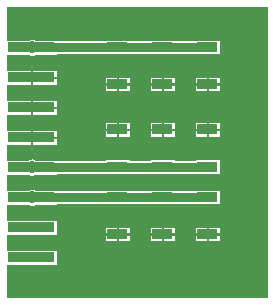
<source format=gtl>
%FSLAX33Y33*%
%MOMM*%
%AMRect-W820710-H1670710-RO0.500*
21,1,0.82071,1.67071,0.,0.,270*%
%AMRect-W820710-H1670710-RO1.500*
21,1,0.82071,1.67071,0.,0.,90*%
%ADD10C,0.0508*%
%ADD11C,0.762*%
%ADD12C,1.0668*%
%ADD13Rect-W820710-H1670710-RO0.500*%
%ADD14R,4.X0.89*%
%ADD15Rect-W820710-H1670710-RO1.500*%
D10*
%LNpour fill*%
G01*
X22435Y24975D02*
X22435Y24975D01*
X0425Y24975*
X0425Y22238*
X2180Y22238*
X2346Y22307*
X2349Y22308*
X2538Y22333*
X2542Y22333*
X2731Y22308*
X2734Y22307*
X2900Y22238*
X4688Y22238*
X4703Y22223*
X4703Y22179*
X8740Y22179*
X8740Y22240*
X8755Y22255*
X10803Y22255*
X10818Y22240*
X10818Y22179*
X12550Y22179*
X12550Y22240*
X12565Y22255*
X14613Y22255*
X14628Y22240*
X14628Y22179*
X16360Y22179*
X16360Y22240*
X16375Y22255*
X18423Y22255*
X18438Y22240*
X18438Y21042*
X18423Y21027*
X17567Y21027*
X17553Y21021*
X17550Y21021*
X17401Y21001*
X17400Y21001*
X4703Y21001*
X4703Y20957*
X4688Y20942*
X2900Y20942*
X2734Y20873*
X2731Y20872*
X2542Y20847*
X2538Y20847*
X2349Y20872*
X2346Y20873*
X2180Y20942*
X0425Y20942*
X0425Y19698*
X2422Y19698*
X2437Y19683*
X2437Y18417*
X2422Y18402*
X0425Y18402*
X0425Y17158*
X2422Y17158*
X2437Y17143*
X2437Y15877*
X2422Y15862*
X0425Y15862*
X0425Y14618*
X2422Y14618*
X2437Y14603*
X2437Y13337*
X2422Y13322*
X0425Y13322*
X0425Y12078*
X2142Y12078*
X2167Y12098*
X2170Y12099*
X2346Y12172*
X2349Y12173*
X2538Y12198*
X2542Y12198*
X2731Y12173*
X2734Y12172*
X2910Y12099*
X2913Y12098*
X2938Y12078*
X4688Y12078*
X4703Y12063*
X4703Y12044*
X8740Y12044*
X8740Y12105*
X8755Y12120*
X10803Y12120*
X10818Y12105*
X10818Y12044*
X12550Y12044*
X12550Y12105*
X12565Y12120*
X14613Y12120*
X14628Y12105*
X14628Y12044*
X16360Y12044*
X16360Y12105*
X16375Y12120*
X18423Y12120*
X18438Y12105*
X18438Y10907*
X18423Y10892*
X17439Y10892*
X17426Y10887*
X17423Y10886*
X17274Y10866*
X17273Y10866*
X4703Y10866*
X4703Y10797*
X4688Y10782*
X2839Y10782*
X2734Y10738*
X2731Y10738*
X2542Y10713*
X2538Y10713*
X2349Y10738*
X2346Y10738*
X2241Y10782*
X0425Y10782*
X0425Y9538*
X2180Y9538*
X2346Y9607*
X2349Y9608*
X2538Y9633*
X2542Y9633*
X2731Y9608*
X2734Y9607*
X2900Y9538*
X4688Y9538*
X4703Y9523*
X4703Y9479*
X8740Y9479*
X8740Y9540*
X8755Y9555*
X10803Y9555*
X10818Y9540*
X10818Y9479*
X12550Y9479*
X12550Y9540*
X12565Y9555*
X14613Y9555*
X14628Y9540*
X14628Y9479*
X16360Y9479*
X16360Y9540*
X16375Y9555*
X18423Y9555*
X18438Y9540*
X18438Y8342*
X18423Y8327*
X17567Y8327*
X17553Y8321*
X17550Y8321*
X17401Y8301*
X17400Y8301*
X4703Y8301*
X4703Y8257*
X4688Y8242*
X2900Y8242*
X2734Y8173*
X2731Y8172*
X2542Y8147*
X2538Y8147*
X2349Y8172*
X2346Y8173*
X2180Y8242*
X0425Y8242*
X0425Y6998*
X4688Y6998*
X4703Y6983*
X4703Y5717*
X4688Y5702*
X0425Y5702*
X0425Y4458*
X4688Y4458*
X4703Y4443*
X4703Y3177*
X4688Y3162*
X0425Y3162*
X0425Y0425*
X22435Y0425*
X22435Y24975*
X4703Y19128D02*
X4703Y19128D01*
X4703Y19683*
X4688Y19698*
X2578Y19698*
X2563Y19683*
X2563Y19128*
X2578Y19113*
X4688Y19113*
X4703Y19128*
X18438Y18569D02*
X18438Y18569D01*
X18438Y19090*
X18423Y19105*
X17477Y19105*
X17462Y19090*
X17462Y18569*
X17477Y18554*
X18423Y18554*
X18438Y18569*
X14628Y18569D02*
X14628Y18569D01*
X14628Y19090*
X14613Y19105*
X13667Y19105*
X13652Y19090*
X13652Y18569*
X13667Y18554*
X14613Y18554*
X14628Y18569*
X10818Y18569D02*
X10818Y18569D01*
X10818Y19090*
X10803Y19105*
X9857Y19105*
X9842Y19090*
X9842Y18569*
X9857Y18554*
X10803Y18554*
X10818Y18569*
X17335Y18569D02*
X17335Y18569D01*
X17335Y19090*
X17321Y19105*
X16375Y19105*
X16360Y19090*
X16360Y18569*
X16375Y18554*
X17321Y18554*
X17335Y18569*
X13525Y18569D02*
X13525Y18569D01*
X13525Y19090*
X13511Y19105*
X12565Y19105*
X12550Y19090*
X12550Y18569*
X12565Y18554*
X13511Y18554*
X13525Y18569*
X9716Y18569D02*
X9716Y18569D01*
X9716Y19090*
X9701Y19105*
X8755Y19105*
X8740Y19090*
X8740Y18569*
X8755Y18554*
X9701Y18554*
X9716Y18569*
X4703Y18417D02*
X4703Y18417D01*
X4703Y18972*
X4688Y18986*
X2578Y18986*
X2563Y18972*
X2563Y18417*
X2578Y18402*
X4688Y18402*
X4703Y18417*
X18438Y17892D02*
X18438Y17892D01*
X18438Y18413*
X18423Y18427*
X17477Y18427*
X17462Y18413*
X17462Y17892*
X17477Y17877*
X18423Y17877*
X18438Y17892*
X17335Y17892D02*
X17335Y17892D01*
X17335Y18413*
X17321Y18427*
X16375Y18427*
X16360Y18413*
X16360Y17892*
X16375Y17877*
X17321Y17877*
X17335Y17892*
X14628Y17892D02*
X14628Y17892D01*
X14628Y18413*
X14613Y18427*
X13667Y18427*
X13652Y18413*
X13652Y17892*
X13667Y17877*
X14613Y17877*
X14628Y17892*
X13525Y17892D02*
X13525Y17892D01*
X13525Y18413*
X13511Y18427*
X12565Y18427*
X12550Y18413*
X12550Y17892*
X12565Y17877*
X13511Y17877*
X13525Y17892*
X10818Y17892D02*
X10818Y17892D01*
X10818Y18413*
X10803Y18427*
X9857Y18427*
X9842Y18413*
X9842Y17892*
X9857Y17877*
X10803Y17877*
X10818Y17892*
X9716Y17892D02*
X9716Y17892D01*
X9716Y18413*
X9701Y18427*
X8755Y18427*
X8740Y18413*
X8740Y17892*
X8755Y17877*
X9701Y17877*
X9716Y17892*
X4703Y16588D02*
X4703Y16588D01*
X4703Y17143*
X4688Y17158*
X2578Y17158*
X2563Y17143*
X2563Y16588*
X2578Y16573*
X4688Y16573*
X4703Y16588*
X4703Y15877D02*
X4703Y15877D01*
X4703Y16432*
X4688Y16447*
X2578Y16447*
X2563Y16432*
X2563Y15877*
X2578Y15862*
X4688Y15862*
X4703Y15877*
X18438Y14734D02*
X18438Y14734D01*
X18438Y15255*
X18423Y15270*
X17477Y15270*
X17462Y15255*
X17462Y14734*
X17477Y14719*
X18423Y14719*
X18438Y14734*
X14628Y14734D02*
X14628Y14734D01*
X14628Y15255*
X14613Y15270*
X13667Y15270*
X13652Y15255*
X13652Y14734*
X13667Y14719*
X14613Y14719*
X14628Y14734*
X10818Y14734D02*
X10818Y14734D01*
X10818Y15255*
X10803Y15270*
X9857Y15270*
X9842Y15255*
X9842Y14734*
X9857Y14719*
X10803Y14719*
X10818Y14734*
X17335Y14734D02*
X17335Y14734D01*
X17335Y15255*
X17321Y15270*
X16375Y15270*
X16360Y15255*
X16360Y14734*
X16375Y14719*
X17321Y14719*
X17335Y14734*
X13525Y14734D02*
X13525Y14734D01*
X13525Y15255*
X13511Y15270*
X12565Y15270*
X12550Y15255*
X12550Y14734*
X12565Y14719*
X13511Y14719*
X13525Y14734*
X9716Y14734D02*
X9716Y14734D01*
X9716Y15255*
X9701Y15270*
X8755Y15270*
X8740Y15255*
X8740Y14734*
X8755Y14719*
X9701Y14719*
X9716Y14734*
X18438Y14057D02*
X18438Y14057D01*
X18438Y14578*
X18423Y14592*
X17477Y14592*
X17462Y14578*
X17462Y14057*
X17477Y14042*
X18423Y14042*
X18438Y14057*
X17335Y14057D02*
X17335Y14057D01*
X17335Y14578*
X17321Y14592*
X16375Y14592*
X16360Y14578*
X16360Y14057*
X16375Y14042*
X17321Y14042*
X17335Y14057*
X14628Y14057D02*
X14628Y14057D01*
X14628Y14578*
X14613Y14592*
X13667Y14592*
X13652Y14578*
X13652Y14057*
X13667Y14042*
X14613Y14042*
X14628Y14057*
X13525Y14057D02*
X13525Y14057D01*
X13525Y14578*
X13511Y14592*
X12565Y14592*
X12550Y14578*
X12550Y14057*
X12565Y14042*
X13511Y14042*
X13525Y14057*
X10818Y14057D02*
X10818Y14057D01*
X10818Y14578*
X10803Y14592*
X9857Y14592*
X9842Y14578*
X9842Y14057*
X9857Y14042*
X10803Y14042*
X10818Y14057*
X9716Y14057D02*
X9716Y14057D01*
X9716Y14578*
X9701Y14592*
X8755Y14592*
X8740Y14578*
X8740Y14057*
X8755Y14042*
X9701Y14042*
X9716Y14057*
X4703Y14048D02*
X4703Y14048D01*
X4703Y14603*
X4688Y14618*
X2578Y14618*
X2563Y14603*
X2563Y14048*
X2578Y14034*
X4688Y14034*
X4703Y14048*
X4703Y13337D02*
X4703Y13337D01*
X4703Y13892*
X4688Y13906*
X2578Y13906*
X2563Y13892*
X2563Y13337*
X2578Y13322*
X4688Y13322*
X4703Y13337*
X18438Y5869D02*
X18438Y5869D01*
X18438Y6390*
X18423Y6405*
X17477Y6405*
X17462Y6390*
X17462Y5869*
X17477Y5854*
X18423Y5854*
X18438Y5869*
X14628Y5869D02*
X14628Y5869D01*
X14628Y6390*
X14613Y6405*
X13667Y6405*
X13652Y6390*
X13652Y5869*
X13667Y5854*
X14613Y5854*
X14628Y5869*
X10818Y5869D02*
X10818Y5869D01*
X10818Y6390*
X10803Y6405*
X9857Y6405*
X9842Y6390*
X9842Y5869*
X9857Y5854*
X10803Y5854*
X10818Y5869*
X17335Y5869D02*
X17335Y5869D01*
X17335Y6390*
X17321Y6405*
X16375Y6405*
X16360Y6390*
X16360Y5869*
X16375Y5854*
X17321Y5854*
X17335Y5869*
X9715Y5869D02*
X9715Y5869D01*
X9715Y6390*
X9701Y6405*
X8755Y6405*
X8740Y6390*
X8740Y5869*
X8755Y5854*
X9701Y5854*
X9715Y5869*
X13525Y5869D02*
X13525Y5869D01*
X13525Y6390*
X13511Y6405*
X12565Y6405*
X12550Y6390*
X12550Y5869*
X12565Y5854*
X13511Y5854*
X13525Y5869*
X18438Y5192D02*
X18438Y5192D01*
X18438Y5713*
X18423Y5728*
X17477Y5728*
X17462Y5713*
X17462Y5192*
X17477Y5177*
X18423Y5177*
X18438Y5192*
X17335Y5192D02*
X17335Y5192D01*
X17335Y5713*
X17321Y5728*
X16375Y5728*
X16360Y5713*
X16360Y5192*
X16375Y5177*
X17321Y5177*
X17335Y5192*
X14628Y5192D02*
X14628Y5192D01*
X14628Y5713*
X14613Y5728*
X13667Y5728*
X13652Y5713*
X13652Y5192*
X13667Y5177*
X14613Y5177*
X14628Y5192*
X13525Y5192D02*
X13525Y5192D01*
X13525Y5713*
X13511Y5728*
X12565Y5728*
X12550Y5713*
X12550Y5192*
X12565Y5177*
X13511Y5177*
X13525Y5192*
X10818Y5192D02*
X10818Y5192D01*
X10818Y5713*
X10803Y5728*
X9857Y5728*
X9842Y5713*
X9842Y5192*
X9857Y5177*
X10803Y5177*
X10818Y5192*
X9715Y5192D02*
X9715Y5192D01*
X9715Y5713*
X9701Y5728*
X8755Y5728*
X8740Y5713*
X8740Y5192*
X8755Y5177*
X9701Y5177*
X9715Y5192*
X0425Y0450D02*
X22435Y0450D01*
X0425Y0499D02*
X22435Y0499D01*
X0425Y0549D02*
X22435Y0549D01*
X0425Y0598D02*
X22435Y0598D01*
X0425Y0648D02*
X22435Y0648D01*
X0425Y0697D02*
X22435Y0697D01*
X0425Y0747D02*
X22435Y0747D01*
X0425Y0796D02*
X22435Y0796D01*
X0425Y0846D02*
X22435Y0846D01*
X0425Y0895D02*
X22435Y0895D01*
X0425Y0945D02*
X22435Y0945D01*
X0425Y0994D02*
X22435Y0994D01*
X0425Y1044D02*
X22435Y1044D01*
X0425Y1093D02*
X22435Y1093D01*
X0425Y1143D02*
X22435Y1143D01*
X0425Y1192D02*
X22435Y1192D01*
X0425Y1242D02*
X22435Y1242D01*
X0425Y1292D02*
X22435Y1292D01*
X0425Y1341D02*
X22435Y1341D01*
X0425Y1391D02*
X22435Y1391D01*
X0425Y1440D02*
X22435Y1440D01*
X0425Y1490D02*
X22435Y1490D01*
X0425Y1539D02*
X22435Y1539D01*
X0425Y1589D02*
X22435Y1589D01*
X0425Y1638D02*
X22435Y1638D01*
X0425Y1688D02*
X22435Y1688D01*
X0425Y1737D02*
X22435Y1737D01*
X0425Y1787D02*
X22435Y1787D01*
X0425Y1836D02*
X22435Y1836D01*
X0425Y1886D02*
X22435Y1886D01*
X0425Y1935D02*
X22435Y1935D01*
X0425Y1985D02*
X22435Y1985D01*
X0425Y2034D02*
X22435Y2034D01*
X0425Y2084D02*
X22435Y2084D01*
X0425Y2134D02*
X22435Y2134D01*
X0425Y2183D02*
X22435Y2183D01*
X0425Y2233D02*
X22435Y2233D01*
X0425Y2282D02*
X22435Y2282D01*
X0425Y2332D02*
X22435Y2332D01*
X0425Y2381D02*
X22435Y2381D01*
X0425Y2431D02*
X22435Y2431D01*
X0425Y2480D02*
X22435Y2480D01*
X0425Y2530D02*
X22435Y2530D01*
X0425Y2579D02*
X22435Y2579D01*
X0425Y2629D02*
X22435Y2629D01*
X0425Y2678D02*
X22435Y2678D01*
X0425Y2728D02*
X22435Y2728D01*
X0425Y2777D02*
X22435Y2777D01*
X0425Y2827D02*
X22435Y2827D01*
X0425Y2876D02*
X22435Y2876D01*
X0425Y2926D02*
X22435Y2926D01*
X0425Y2976D02*
X22435Y2976D01*
X0425Y3025D02*
X22435Y3025D01*
X0425Y3075D02*
X22435Y3075D01*
X0425Y3124D02*
X22435Y3124D01*
X4700Y3174D02*
X22435Y3174D01*
X4703Y3223D02*
X22435Y3223D01*
X4703Y3273D02*
X22435Y3273D01*
X4703Y3322D02*
X22435Y3322D01*
X4703Y3372D02*
X22435Y3372D01*
X4703Y3421D02*
X22435Y3421D01*
X4703Y3471D02*
X22435Y3471D01*
X4703Y3520D02*
X22435Y3520D01*
X4703Y3570D02*
X22435Y3570D01*
X4703Y3619D02*
X22435Y3619D01*
X4703Y3669D02*
X22435Y3669D01*
X4703Y3719D02*
X22435Y3719D01*
X4703Y3768D02*
X22435Y3768D01*
X4703Y3818D02*
X22435Y3818D01*
X4703Y3867D02*
X22435Y3867D01*
X4703Y3917D02*
X22435Y3917D01*
X4703Y3966D02*
X22435Y3966D01*
X4703Y4016D02*
X22435Y4016D01*
X4703Y4065D02*
X22435Y4065D01*
X4703Y4115D02*
X22435Y4115D01*
X4703Y4164D02*
X22435Y4164D01*
X4703Y4214D02*
X22435Y4214D01*
X4703Y4263D02*
X22435Y4263D01*
X4703Y4313D02*
X22435Y4313D01*
X4703Y4362D02*
X22435Y4362D01*
X4703Y4412D02*
X22435Y4412D01*
X0425Y4461D02*
X22435Y4461D01*
X0425Y4511D02*
X22435Y4511D01*
X0425Y4561D02*
X22435Y4561D01*
X0425Y4610D02*
X22435Y4610D01*
X0425Y4660D02*
X22435Y4660D01*
X0425Y4709D02*
X22435Y4709D01*
X0425Y4759D02*
X22435Y4759D01*
X0425Y4808D02*
X22435Y4808D01*
X0425Y4858D02*
X22435Y4858D01*
X0425Y4907D02*
X22435Y4907D01*
X0425Y4957D02*
X22435Y4957D01*
X0425Y5006D02*
X22435Y5006D01*
X0425Y5056D02*
X22435Y5056D01*
X0425Y5105D02*
X22435Y5105D01*
X0425Y5155D02*
X22435Y5155D01*
X0425Y5204D02*
X8740Y5204D01*
X9715Y5204D02*
X9842Y5204D01*
X10818Y5204D02*
X12550Y5204D01*
X13525Y5204D02*
X13652Y5204D01*
X14628Y5204D02*
X16360Y5204D01*
X17335Y5204D02*
X17462Y5204D01*
X18438Y5204D02*
X22435Y5204D01*
X0425Y5254D02*
X8740Y5254D01*
X9715Y5254D02*
X9842Y5254D01*
X10818Y5254D02*
X12550Y5254D01*
X13525Y5254D02*
X13652Y5254D01*
X14628Y5254D02*
X16360Y5254D01*
X17335Y5254D02*
X17462Y5254D01*
X18438Y5254D02*
X22435Y5254D01*
X0425Y5303D02*
X8740Y5303D01*
X9715Y5303D02*
X9842Y5303D01*
X10818Y5303D02*
X12550Y5303D01*
X13525Y5303D02*
X13652Y5303D01*
X14628Y5303D02*
X16360Y5303D01*
X17335Y5303D02*
X17462Y5303D01*
X18438Y5303D02*
X22435Y5303D01*
X0425Y5353D02*
X8740Y5353D01*
X9715Y5353D02*
X9842Y5353D01*
X10818Y5353D02*
X12550Y5353D01*
X13525Y5353D02*
X13652Y5353D01*
X14628Y5353D02*
X16360Y5353D01*
X17335Y5353D02*
X17462Y5353D01*
X18438Y5353D02*
X22435Y5353D01*
X0425Y5403D02*
X8740Y5403D01*
X9715Y5403D02*
X9842Y5403D01*
X10818Y5403D02*
X12550Y5403D01*
X13525Y5403D02*
X13652Y5403D01*
X14628Y5403D02*
X16360Y5403D01*
X17335Y5403D02*
X17462Y5403D01*
X18438Y5403D02*
X22435Y5403D01*
X0425Y5452D02*
X8740Y5452D01*
X9715Y5452D02*
X9842Y5452D01*
X10818Y5452D02*
X12550Y5452D01*
X13525Y5452D02*
X13652Y5452D01*
X14628Y5452D02*
X16360Y5452D01*
X17335Y5452D02*
X17462Y5452D01*
X18438Y5452D02*
X22435Y5452D01*
X0425Y5502D02*
X8740Y5502D01*
X9715Y5502D02*
X9842Y5502D01*
X10818Y5502D02*
X12550Y5502D01*
X13525Y5502D02*
X13652Y5502D01*
X14628Y5502D02*
X16360Y5502D01*
X17335Y5502D02*
X17462Y5502D01*
X18438Y5502D02*
X22435Y5502D01*
X0425Y5551D02*
X8740Y5551D01*
X9715Y5551D02*
X9842Y5551D01*
X10818Y5551D02*
X12550Y5551D01*
X13525Y5551D02*
X13652Y5551D01*
X14628Y5551D02*
X16360Y5551D01*
X17335Y5551D02*
X17462Y5551D01*
X18438Y5551D02*
X22435Y5551D01*
X0425Y5601D02*
X8740Y5601D01*
X9715Y5601D02*
X9842Y5601D01*
X10818Y5601D02*
X12550Y5601D01*
X13525Y5601D02*
X13652Y5601D01*
X14628Y5601D02*
X16360Y5601D01*
X17335Y5601D02*
X17462Y5601D01*
X18438Y5601D02*
X22435Y5601D01*
X0425Y5650D02*
X8740Y5650D01*
X9715Y5650D02*
X9842Y5650D01*
X10818Y5650D02*
X12550Y5650D01*
X13525Y5650D02*
X13652Y5650D01*
X14628Y5650D02*
X16360Y5650D01*
X17335Y5650D02*
X17462Y5650D01*
X18438Y5650D02*
X22435Y5650D01*
X0425Y5700D02*
X8740Y5700D01*
X9715Y5700D02*
X9842Y5700D01*
X10818Y5700D02*
X12550Y5700D01*
X13525Y5700D02*
X13652Y5700D01*
X14628Y5700D02*
X16360Y5700D01*
X17335Y5700D02*
X17462Y5700D01*
X18438Y5700D02*
X22435Y5700D01*
X4703Y5749D02*
X22435Y5749D01*
X4703Y5799D02*
X22435Y5799D01*
X4703Y5848D02*
X22435Y5848D01*
X4703Y5898D02*
X8740Y5898D01*
X9715Y5898D02*
X9842Y5898D01*
X10818Y5898D02*
X12550Y5898D01*
X13525Y5898D02*
X13652Y5898D01*
X14628Y5898D02*
X16360Y5898D01*
X17335Y5898D02*
X17462Y5898D01*
X18438Y5898D02*
X22435Y5898D01*
X4703Y5947D02*
X8740Y5947D01*
X9715Y5947D02*
X9842Y5947D01*
X10818Y5947D02*
X12550Y5947D01*
X13525Y5947D02*
X13652Y5947D01*
X14628Y5947D02*
X16360Y5947D01*
X17335Y5947D02*
X17462Y5947D01*
X18438Y5947D02*
X22435Y5947D01*
X4703Y5997D02*
X8740Y5997D01*
X9715Y5997D02*
X9842Y5997D01*
X10818Y5997D02*
X12550Y5997D01*
X13525Y5997D02*
X13652Y5997D01*
X14628Y5997D02*
X16360Y5997D01*
X17335Y5997D02*
X17462Y5997D01*
X18438Y5997D02*
X22435Y5997D01*
X4703Y6046D02*
X8740Y6046D01*
X9715Y6046D02*
X9842Y6046D01*
X10818Y6046D02*
X12550Y6046D01*
X13525Y6046D02*
X13652Y6046D01*
X14628Y6046D02*
X16360Y6046D01*
X17335Y6046D02*
X17462Y6046D01*
X18438Y6046D02*
X22435Y6046D01*
X4703Y6096D02*
X8740Y6096D01*
X9715Y6096D02*
X9842Y6096D01*
X10818Y6096D02*
X12550Y6096D01*
X13525Y6096D02*
X13652Y6096D01*
X14628Y6096D02*
X16360Y6096D01*
X17335Y6096D02*
X17462Y6096D01*
X18438Y6096D02*
X22435Y6096D01*
X4703Y6145D02*
X8740Y6145D01*
X9715Y6145D02*
X9842Y6145D01*
X10818Y6145D02*
X12550Y6145D01*
X13525Y6145D02*
X13652Y6145D01*
X14628Y6145D02*
X16360Y6145D01*
X17335Y6145D02*
X17462Y6145D01*
X18438Y6145D02*
X22435Y6145D01*
X4703Y6195D02*
X8740Y6195D01*
X9715Y6195D02*
X9842Y6195D01*
X10818Y6195D02*
X12550Y6195D01*
X13525Y6195D02*
X13652Y6195D01*
X14628Y6195D02*
X16360Y6195D01*
X17335Y6195D02*
X17462Y6195D01*
X18438Y6195D02*
X22435Y6195D01*
X4703Y6245D02*
X8740Y6245D01*
X9715Y6245D02*
X9842Y6245D01*
X10818Y6245D02*
X12550Y6245D01*
X13525Y6245D02*
X13652Y6245D01*
X14628Y6245D02*
X16360Y6245D01*
X17335Y6245D02*
X17462Y6245D01*
X18438Y6245D02*
X22435Y6245D01*
X4703Y6294D02*
X8740Y6294D01*
X9715Y6294D02*
X9842Y6294D01*
X10818Y6294D02*
X12550Y6294D01*
X13525Y6294D02*
X13652Y6294D01*
X14628Y6294D02*
X16360Y6294D01*
X17335Y6294D02*
X17462Y6294D01*
X18438Y6294D02*
X22435Y6294D01*
X4703Y6344D02*
X8740Y6344D01*
X9715Y6344D02*
X9842Y6344D01*
X10818Y6344D02*
X12550Y6344D01*
X13525Y6344D02*
X13652Y6344D01*
X14628Y6344D02*
X16360Y6344D01*
X17335Y6344D02*
X17462Y6344D01*
X18438Y6344D02*
X22435Y6344D01*
X4703Y6393D02*
X8744Y6393D01*
X9712Y6393D02*
X9846Y6393D01*
X10814Y6393D02*
X12554Y6393D01*
X13522Y6393D02*
X13656Y6393D01*
X14624Y6393D02*
X16364Y6393D01*
X17332Y6393D02*
X17466Y6393D01*
X18434Y6393D02*
X22435Y6393D01*
X4703Y6443D02*
X22435Y6443D01*
X4703Y6492D02*
X22435Y6492D01*
X4703Y6542D02*
X22435Y6542D01*
X4703Y6591D02*
X22435Y6591D01*
X4703Y6641D02*
X22435Y6641D01*
X4703Y6690D02*
X22435Y6690D01*
X4703Y6740D02*
X22435Y6740D01*
X4703Y6789D02*
X22435Y6789D01*
X4703Y6839D02*
X22435Y6839D01*
X4703Y6888D02*
X22435Y6888D01*
X4703Y6938D02*
X22435Y6938D01*
X4699Y6987D02*
X22435Y6987D01*
X0425Y7037D02*
X22435Y7037D01*
X0425Y7087D02*
X22435Y7087D01*
X0425Y7136D02*
X22435Y7136D01*
X0425Y7186D02*
X22435Y7186D01*
X0425Y7235D02*
X22435Y7235D01*
X0425Y7285D02*
X22435Y7285D01*
X0425Y7334D02*
X22435Y7334D01*
X0425Y7384D02*
X22435Y7384D01*
X0425Y7433D02*
X22435Y7433D01*
X0425Y7483D02*
X22435Y7483D01*
X0425Y7532D02*
X22435Y7532D01*
X0425Y7582D02*
X22435Y7582D01*
X0425Y7631D02*
X22435Y7631D01*
X0425Y7681D02*
X22435Y7681D01*
X0425Y7730D02*
X22435Y7730D01*
X0425Y7780D02*
X22435Y7780D01*
X0425Y7829D02*
X22435Y7829D01*
X0425Y7879D02*
X22435Y7879D01*
X0425Y7929D02*
X22435Y7929D01*
X0425Y7978D02*
X22435Y7978D01*
X0425Y8028D02*
X22435Y8028D01*
X0425Y8077D02*
X22435Y8077D01*
X0425Y8127D02*
X22435Y8127D01*
X0425Y8176D02*
X2338Y8176D01*
X2742Y8176D02*
X22435Y8176D01*
X0425Y8226D02*
X2219Y8226D01*
X2861Y8226D02*
X22435Y8226D01*
X4703Y8275D02*
X22435Y8275D01*
X17561Y8325D02*
X22435Y8325D01*
X18438Y8374D02*
X22435Y8374D01*
X18438Y8424D02*
X22435Y8424D01*
X18438Y8473D02*
X22435Y8473D01*
X18438Y8523D02*
X22435Y8523D01*
X18438Y8572D02*
X22435Y8572D01*
X18438Y8622D02*
X22435Y8622D01*
X18438Y8672D02*
X22435Y8672D01*
X18438Y8721D02*
X22435Y8721D01*
X18438Y8771D02*
X22435Y8771D01*
X18438Y8820D02*
X22435Y8820D01*
X18438Y8870D02*
X22435Y8870D01*
X18438Y8919D02*
X22435Y8919D01*
X18438Y8969D02*
X22435Y8969D01*
X18438Y9018D02*
X22435Y9018D01*
X18438Y9068D02*
X22435Y9068D01*
X18438Y9117D02*
X22435Y9117D01*
X18438Y9167D02*
X22435Y9167D01*
X18438Y9216D02*
X22435Y9216D01*
X18438Y9266D02*
X22435Y9266D01*
X18438Y9315D02*
X22435Y9315D01*
X18438Y9365D02*
X22435Y9365D01*
X18438Y9414D02*
X22435Y9414D01*
X18438Y9464D02*
X22435Y9464D01*
X4703Y9514D02*
X8740Y9514D01*
X10818Y9514D02*
X12550Y9514D01*
X14628Y9514D02*
X16360Y9514D01*
X18438Y9514D02*
X22435Y9514D01*
X0425Y9563D02*
X2240Y9563D01*
X2840Y9563D02*
X22435Y9563D01*
X0425Y9613D02*
X2385Y9613D01*
X2695Y9613D02*
X22435Y9613D01*
X0425Y9662D02*
X22435Y9662D01*
X0425Y9712D02*
X22435Y9712D01*
X0425Y9761D02*
X22435Y9761D01*
X0425Y9811D02*
X22435Y9811D01*
X0425Y9860D02*
X22435Y9860D01*
X0425Y9910D02*
X22435Y9910D01*
X0425Y9959D02*
X22435Y9959D01*
X0425Y10009D02*
X22435Y10009D01*
X0425Y10058D02*
X22435Y10058D01*
X0425Y10108D02*
X22435Y10108D01*
X0425Y10157D02*
X22435Y10157D01*
X0425Y10207D02*
X22435Y10207D01*
X0425Y10256D02*
X22435Y10256D01*
X0425Y10306D02*
X22435Y10306D01*
X0425Y10356D02*
X22435Y10356D01*
X0425Y10405D02*
X22435Y10405D01*
X0425Y10455D02*
X22435Y10455D01*
X0425Y10504D02*
X22435Y10504D01*
X0425Y10554D02*
X22435Y10554D01*
X0425Y10603D02*
X22435Y10603D01*
X0425Y10653D02*
X22435Y10653D01*
X0425Y10702D02*
X22435Y10702D01*
X0425Y10752D02*
X2314Y10752D01*
X2766Y10752D02*
X22435Y10752D01*
X4703Y10801D02*
X22435Y10801D01*
X4703Y10851D02*
X22435Y10851D01*
X18431Y10900D02*
X22435Y10900D01*
X18438Y10950D02*
X22435Y10950D01*
X18438Y10999D02*
X22435Y10999D01*
X18438Y11049D02*
X22435Y11049D01*
X18438Y11098D02*
X22435Y11098D01*
X18438Y11148D02*
X22435Y11148D01*
X18438Y11198D02*
X22435Y11198D01*
X18438Y11247D02*
X22435Y11247D01*
X18438Y11297D02*
X22435Y11297D01*
X18438Y11346D02*
X22435Y11346D01*
X18438Y11396D02*
X22435Y11396D01*
X18438Y11445D02*
X22435Y11445D01*
X18438Y11495D02*
X22435Y11495D01*
X18438Y11544D02*
X22435Y11544D01*
X18438Y11594D02*
X22435Y11594D01*
X18438Y11643D02*
X22435Y11643D01*
X18438Y11693D02*
X22435Y11693D01*
X18438Y11742D02*
X22435Y11742D01*
X18438Y11792D02*
X22435Y11792D01*
X18438Y11841D02*
X22435Y11841D01*
X18438Y11891D02*
X22435Y11891D01*
X18438Y11940D02*
X22435Y11940D01*
X18438Y11990D02*
X22435Y11990D01*
X18438Y12040D02*
X22435Y12040D01*
X0425Y12089D02*
X2156Y12089D01*
X2924Y12089D02*
X8740Y12089D01*
X10818Y12089D02*
X12550Y12089D01*
X14628Y12089D02*
X16360Y12089D01*
X18438Y12089D02*
X22435Y12089D01*
X0425Y12139D02*
X2265Y12139D01*
X2815Y12139D02*
X22435Y12139D01*
X0425Y12188D02*
X2462Y12188D01*
X2618Y12188D02*
X22435Y12188D01*
X0425Y12238D02*
X22435Y12238D01*
X0425Y12287D02*
X22435Y12287D01*
X0425Y12337D02*
X22435Y12337D01*
X0425Y12386D02*
X22435Y12386D01*
X0425Y12436D02*
X22435Y12436D01*
X0425Y12485D02*
X22435Y12485D01*
X0425Y12535D02*
X22435Y12535D01*
X0425Y12584D02*
X22435Y12584D01*
X0425Y12634D02*
X22435Y12634D01*
X0425Y12683D02*
X22435Y12683D01*
X0425Y12733D02*
X22435Y12733D01*
X0425Y12782D02*
X22435Y12782D01*
X0425Y12832D02*
X22435Y12832D01*
X0425Y12882D02*
X22435Y12882D01*
X0425Y12931D02*
X22435Y12931D01*
X0425Y12981D02*
X22435Y12981D01*
X0425Y13030D02*
X22435Y13030D01*
X0425Y13080D02*
X22435Y13080D01*
X0425Y13129D02*
X22435Y13129D01*
X0425Y13179D02*
X22435Y13179D01*
X0425Y13228D02*
X22435Y13228D01*
X0425Y13278D02*
X22435Y13278D01*
X2427Y13327D02*
X2573Y13327D01*
X4694Y13327D02*
X22435Y13327D01*
X2437Y13377D02*
X2563Y13377D01*
X4703Y13377D02*
X22435Y13377D01*
X2437Y13426D02*
X2563Y13426D01*
X4703Y13426D02*
X22435Y13426D01*
X2437Y13476D02*
X2563Y13476D01*
X4703Y13476D02*
X22435Y13476D01*
X2437Y13525D02*
X2563Y13525D01*
X4703Y13525D02*
X22435Y13525D01*
X2437Y13575D02*
X2563Y13575D01*
X4703Y13575D02*
X22435Y13575D01*
X2437Y13625D02*
X2563Y13625D01*
X4703Y13625D02*
X22435Y13625D01*
X2437Y13674D02*
X2563Y13674D01*
X4703Y13674D02*
X22435Y13674D01*
X2437Y13724D02*
X2563Y13724D01*
X4703Y13724D02*
X22435Y13724D01*
X2437Y13773D02*
X2563Y13773D01*
X4703Y13773D02*
X22435Y13773D01*
X2437Y13823D02*
X2563Y13823D01*
X4703Y13823D02*
X22435Y13823D01*
X2437Y13872D02*
X2563Y13872D01*
X4703Y13872D02*
X22435Y13872D01*
X2437Y13922D02*
X22435Y13922D01*
X2437Y13971D02*
X22435Y13971D01*
X2437Y14021D02*
X22435Y14021D01*
X2437Y14070D02*
X2563Y14070D01*
X4703Y14070D02*
X8740Y14070D01*
X9716Y14070D02*
X9842Y14070D01*
X10818Y14070D02*
X12550Y14070D01*
X13525Y14070D02*
X13652Y14070D01*
X14628Y14070D02*
X16360Y14070D01*
X17335Y14070D02*
X17462Y14070D01*
X18438Y14070D02*
X22435Y14070D01*
X2437Y14120D02*
X2563Y14120D01*
X4703Y14120D02*
X8740Y14120D01*
X9716Y14120D02*
X9842Y14120D01*
X10818Y14120D02*
X12550Y14120D01*
X13525Y14120D02*
X13652Y14120D01*
X14628Y14120D02*
X16360Y14120D01*
X17335Y14120D02*
X17462Y14120D01*
X18438Y14120D02*
X22435Y14120D01*
X2437Y14169D02*
X2563Y14169D01*
X4703Y14169D02*
X8740Y14169D01*
X9716Y14169D02*
X9842Y14169D01*
X10818Y14169D02*
X12550Y14169D01*
X13525Y14169D02*
X13652Y14169D01*
X14628Y14169D02*
X16360Y14169D01*
X17335Y14169D02*
X17462Y14169D01*
X18438Y14169D02*
X22435Y14169D01*
X2437Y14219D02*
X2563Y14219D01*
X4703Y14219D02*
X8740Y14219D01*
X9716Y14219D02*
X9842Y14219D01*
X10818Y14219D02*
X12550Y14219D01*
X13525Y14219D02*
X13652Y14219D01*
X14628Y14219D02*
X16360Y14219D01*
X17335Y14219D02*
X17462Y14219D01*
X18438Y14219D02*
X22435Y14219D01*
X2437Y14268D02*
X2563Y14268D01*
X4703Y14268D02*
X8740Y14268D01*
X9716Y14268D02*
X9842Y14268D01*
X10818Y14268D02*
X12550Y14268D01*
X13525Y14268D02*
X13652Y14268D01*
X14628Y14268D02*
X16360Y14268D01*
X17335Y14268D02*
X17462Y14268D01*
X18438Y14268D02*
X22435Y14268D01*
X2437Y14318D02*
X2563Y14318D01*
X4703Y14318D02*
X8740Y14318D01*
X9716Y14318D02*
X9842Y14318D01*
X10818Y14318D02*
X12550Y14318D01*
X13525Y14318D02*
X13652Y14318D01*
X14628Y14318D02*
X16360Y14318D01*
X17335Y14318D02*
X17462Y14318D01*
X18438Y14318D02*
X22435Y14318D01*
X2437Y14367D02*
X2563Y14367D01*
X4703Y14367D02*
X8740Y14367D01*
X9716Y14367D02*
X9842Y14367D01*
X10818Y14367D02*
X12550Y14367D01*
X13525Y14367D02*
X13652Y14367D01*
X14628Y14367D02*
X16360Y14367D01*
X17335Y14367D02*
X17462Y14367D01*
X18438Y14367D02*
X22435Y14367D01*
X2437Y14417D02*
X2563Y14417D01*
X4703Y14417D02*
X8740Y14417D01*
X9716Y14417D02*
X9842Y14417D01*
X10818Y14417D02*
X12550Y14417D01*
X13525Y14417D02*
X13652Y14417D01*
X14628Y14417D02*
X16360Y14417D01*
X17335Y14417D02*
X17462Y14417D01*
X18438Y14417D02*
X22435Y14417D01*
X2437Y14467D02*
X2563Y14467D01*
X4703Y14467D02*
X8740Y14467D01*
X9716Y14467D02*
X9842Y14467D01*
X10818Y14467D02*
X12550Y14467D01*
X13525Y14467D02*
X13652Y14467D01*
X14628Y14467D02*
X16360Y14467D01*
X17335Y14467D02*
X17462Y14467D01*
X18438Y14467D02*
X22435Y14467D01*
X2437Y14516D02*
X2563Y14516D01*
X4703Y14516D02*
X8740Y14516D01*
X9716Y14516D02*
X9842Y14516D01*
X10818Y14516D02*
X12550Y14516D01*
X13525Y14516D02*
X13652Y14516D01*
X14628Y14516D02*
X16360Y14516D01*
X17335Y14516D02*
X17462Y14516D01*
X18438Y14516D02*
X22435Y14516D01*
X2437Y14566D02*
X2563Y14566D01*
X4703Y14566D02*
X8740Y14566D01*
X9716Y14566D02*
X9842Y14566D01*
X10818Y14566D02*
X12550Y14566D01*
X13525Y14566D02*
X13652Y14566D01*
X14628Y14566D02*
X16360Y14566D01*
X17335Y14566D02*
X17462Y14566D01*
X18438Y14566D02*
X22435Y14566D01*
X2425Y14615D02*
X2575Y14615D01*
X4691Y14615D02*
X22435Y14615D01*
X0425Y14665D02*
X22435Y14665D01*
X0425Y14714D02*
X22435Y14714D01*
X0425Y14764D02*
X8740Y14764D01*
X9716Y14764D02*
X9842Y14764D01*
X10818Y14764D02*
X12550Y14764D01*
X13525Y14764D02*
X13652Y14764D01*
X14628Y14764D02*
X16360Y14764D01*
X17335Y14764D02*
X17462Y14764D01*
X18438Y14764D02*
X22435Y14764D01*
X0425Y14813D02*
X8740Y14813D01*
X9716Y14813D02*
X9842Y14813D01*
X10818Y14813D02*
X12550Y14813D01*
X13525Y14813D02*
X13652Y14813D01*
X14628Y14813D02*
X16360Y14813D01*
X17335Y14813D02*
X17462Y14813D01*
X18438Y14813D02*
X22435Y14813D01*
X0425Y14863D02*
X8740Y14863D01*
X9716Y14863D02*
X9842Y14863D01*
X10818Y14863D02*
X12550Y14863D01*
X13525Y14863D02*
X13652Y14863D01*
X14628Y14863D02*
X16360Y14863D01*
X17335Y14863D02*
X17462Y14863D01*
X18438Y14863D02*
X22435Y14863D01*
X0425Y14912D02*
X8740Y14912D01*
X9716Y14912D02*
X9842Y14912D01*
X10818Y14912D02*
X12550Y14912D01*
X13525Y14912D02*
X13652Y14912D01*
X14628Y14912D02*
X16360Y14912D01*
X17335Y14912D02*
X17462Y14912D01*
X18438Y14912D02*
X22435Y14912D01*
X0425Y14962D02*
X8740Y14962D01*
X9716Y14962D02*
X9842Y14962D01*
X10818Y14962D02*
X12550Y14962D01*
X13525Y14962D02*
X13652Y14962D01*
X14628Y14962D02*
X16360Y14962D01*
X17335Y14962D02*
X17462Y14962D01*
X18438Y14962D02*
X22435Y14962D01*
X0425Y15011D02*
X8740Y15011D01*
X9716Y15011D02*
X9842Y15011D01*
X10818Y15011D02*
X12550Y15011D01*
X13525Y15011D02*
X13652Y15011D01*
X14628Y15011D02*
X16360Y15011D01*
X17335Y15011D02*
X17462Y15011D01*
X18438Y15011D02*
X22435Y15011D01*
X0425Y15061D02*
X8740Y15061D01*
X9716Y15061D02*
X9842Y15061D01*
X10818Y15061D02*
X12550Y15061D01*
X13525Y15061D02*
X13652Y15061D01*
X14628Y15061D02*
X16360Y15061D01*
X17335Y15061D02*
X17462Y15061D01*
X18438Y15061D02*
X22435Y15061D01*
X0425Y15110D02*
X8740Y15110D01*
X9716Y15110D02*
X9842Y15110D01*
X10818Y15110D02*
X12550Y15110D01*
X13525Y15110D02*
X13652Y15110D01*
X14628Y15110D02*
X16360Y15110D01*
X17335Y15110D02*
X17462Y15110D01*
X18438Y15110D02*
X22435Y15110D01*
X0425Y15160D02*
X8740Y15160D01*
X9716Y15160D02*
X9842Y15160D01*
X10818Y15160D02*
X12550Y15160D01*
X13525Y15160D02*
X13652Y15160D01*
X14628Y15160D02*
X16360Y15160D01*
X17335Y15160D02*
X17462Y15160D01*
X18438Y15160D02*
X22435Y15160D01*
X0425Y15209D02*
X8740Y15209D01*
X9716Y15209D02*
X9842Y15209D01*
X10818Y15209D02*
X12550Y15209D01*
X13525Y15209D02*
X13652Y15209D01*
X14628Y15209D02*
X16360Y15209D01*
X17335Y15209D02*
X17462Y15209D01*
X18438Y15209D02*
X22435Y15209D01*
X0425Y15259D02*
X8745Y15259D01*
X9711Y15259D02*
X9847Y15259D01*
X10813Y15259D02*
X12555Y15259D01*
X13521Y15259D02*
X13657Y15259D01*
X14623Y15259D02*
X16365Y15259D01*
X17331Y15259D02*
X17467Y15259D01*
X18433Y15259D02*
X22435Y15259D01*
X0425Y15309D02*
X22435Y15309D01*
X0425Y15358D02*
X22435Y15358D01*
X0425Y15408D02*
X22435Y15408D01*
X0425Y15457D02*
X22435Y15457D01*
X0425Y15507D02*
X22435Y15507D01*
X0425Y15556D02*
X22435Y15556D01*
X0425Y15606D02*
X22435Y15606D01*
X0425Y15655D02*
X22435Y15655D01*
X0425Y15705D02*
X22435Y15705D01*
X0425Y15754D02*
X22435Y15754D01*
X0425Y15804D02*
X22435Y15804D01*
X0425Y15853D02*
X22435Y15853D01*
X2437Y15903D02*
X2563Y15903D01*
X4703Y15903D02*
X22435Y15903D01*
X2437Y15952D02*
X2563Y15952D01*
X4703Y15952D02*
X22435Y15952D01*
X2437Y16002D02*
X2563Y16002D01*
X4703Y16002D02*
X22435Y16002D01*
X2437Y16051D02*
X2563Y16051D01*
X4703Y16051D02*
X22435Y16051D01*
X2437Y16101D02*
X2563Y16101D01*
X4703Y16101D02*
X22435Y16101D01*
X2437Y16151D02*
X2563Y16151D01*
X4703Y16151D02*
X22435Y16151D01*
X2437Y16200D02*
X2563Y16200D01*
X4703Y16200D02*
X22435Y16200D01*
X2437Y16250D02*
X2563Y16250D01*
X4703Y16250D02*
X22435Y16250D01*
X2437Y16299D02*
X2563Y16299D01*
X4703Y16299D02*
X22435Y16299D01*
X2437Y16349D02*
X2563Y16349D01*
X4703Y16349D02*
X22435Y16349D01*
X2437Y16398D02*
X2563Y16398D01*
X4703Y16398D02*
X22435Y16398D01*
X2437Y16448D02*
X22435Y16448D01*
X2437Y16497D02*
X22435Y16497D01*
X2437Y16547D02*
X22435Y16547D01*
X2437Y16596D02*
X2563Y16596D01*
X4703Y16596D02*
X22435Y16596D01*
X2437Y16646D02*
X2563Y16646D01*
X4703Y16646D02*
X22435Y16646D01*
X2437Y16695D02*
X2563Y16695D01*
X4703Y16695D02*
X22435Y16695D01*
X2437Y16745D02*
X2563Y16745D01*
X4703Y16745D02*
X22435Y16745D01*
X2437Y16794D02*
X2563Y16794D01*
X4703Y16794D02*
X22435Y16794D01*
X2437Y16844D02*
X2563Y16844D01*
X4703Y16844D02*
X22435Y16844D01*
X2437Y16893D02*
X2563Y16893D01*
X4703Y16893D02*
X22435Y16893D01*
X2437Y16943D02*
X2563Y16943D01*
X4703Y16943D02*
X22435Y16943D01*
X2437Y16993D02*
X2563Y16993D01*
X4703Y16993D02*
X22435Y16993D01*
X2437Y17042D02*
X2563Y17042D01*
X4703Y17042D02*
X22435Y17042D01*
X2437Y17092D02*
X2563Y17092D01*
X4703Y17092D02*
X22435Y17092D01*
X2437Y17141D02*
X2563Y17141D01*
X4703Y17141D02*
X22435Y17141D01*
X0425Y17191D02*
X22435Y17191D01*
X0425Y17240D02*
X22435Y17240D01*
X0425Y17290D02*
X22435Y17290D01*
X0425Y17339D02*
X22435Y17339D01*
X0425Y17389D02*
X22435Y17389D01*
X0425Y17438D02*
X22435Y17438D01*
X0425Y17488D02*
X22435Y17488D01*
X0425Y17537D02*
X22435Y17537D01*
X0425Y17587D02*
X22435Y17587D01*
X0425Y17636D02*
X22435Y17636D01*
X0425Y17686D02*
X22435Y17686D01*
X0425Y17735D02*
X22435Y17735D01*
X0425Y17785D02*
X22435Y17785D01*
X0425Y17835D02*
X22435Y17835D01*
X0425Y17884D02*
X8749Y17884D01*
X9707Y17884D02*
X9851Y17884D01*
X10809Y17884D02*
X12559Y17884D01*
X13517Y17884D02*
X13661Y17884D01*
X14619Y17884D02*
X16369Y17884D01*
X17327Y17884D02*
X17471Y17884D01*
X18429Y17884D02*
X22435Y17884D01*
X0425Y17934D02*
X8740Y17934D01*
X9716Y17934D02*
X9842Y17934D01*
X10818Y17934D02*
X12550Y17934D01*
X13525Y17934D02*
X13652Y17934D01*
X14628Y17934D02*
X16360Y17934D01*
X17335Y17934D02*
X17462Y17934D01*
X18438Y17934D02*
X22435Y17934D01*
X0425Y17983D02*
X8740Y17983D01*
X9716Y17983D02*
X9842Y17983D01*
X10818Y17983D02*
X12550Y17983D01*
X13525Y17983D02*
X13652Y17983D01*
X14628Y17983D02*
X16360Y17983D01*
X17335Y17983D02*
X17462Y17983D01*
X18438Y17983D02*
X22435Y17983D01*
X0425Y18033D02*
X8740Y18033D01*
X9716Y18033D02*
X9842Y18033D01*
X10818Y18033D02*
X12550Y18033D01*
X13525Y18033D02*
X13652Y18033D01*
X14628Y18033D02*
X16360Y18033D01*
X17335Y18033D02*
X17462Y18033D01*
X18438Y18033D02*
X22435Y18033D01*
X0425Y18082D02*
X8740Y18082D01*
X9716Y18082D02*
X9842Y18082D01*
X10818Y18082D02*
X12550Y18082D01*
X13525Y18082D02*
X13652Y18082D01*
X14628Y18082D02*
X16360Y18082D01*
X17335Y18082D02*
X17462Y18082D01*
X18438Y18082D02*
X22435Y18082D01*
X0425Y18132D02*
X8740Y18132D01*
X9716Y18132D02*
X9842Y18132D01*
X10818Y18132D02*
X12550Y18132D01*
X13525Y18132D02*
X13652Y18132D01*
X14628Y18132D02*
X16360Y18132D01*
X17335Y18132D02*
X17462Y18132D01*
X18438Y18132D02*
X22435Y18132D01*
X0425Y18181D02*
X8740Y18181D01*
X9716Y18181D02*
X9842Y18181D01*
X10818Y18181D02*
X12550Y18181D01*
X13525Y18181D02*
X13652Y18181D01*
X14628Y18181D02*
X16360Y18181D01*
X17335Y18181D02*
X17462Y18181D01*
X18438Y18181D02*
X22435Y18181D01*
X0425Y18231D02*
X8740Y18231D01*
X9716Y18231D02*
X9842Y18231D01*
X10818Y18231D02*
X12550Y18231D01*
X13525Y18231D02*
X13652Y18231D01*
X14628Y18231D02*
X16360Y18231D01*
X17335Y18231D02*
X17462Y18231D01*
X18438Y18231D02*
X22435Y18231D01*
X0425Y18280D02*
X8740Y18280D01*
X9716Y18280D02*
X9842Y18280D01*
X10818Y18280D02*
X12550Y18280D01*
X13525Y18280D02*
X13652Y18280D01*
X14628Y18280D02*
X16360Y18280D01*
X17335Y18280D02*
X17462Y18280D01*
X18438Y18280D02*
X22435Y18280D01*
X0425Y18330D02*
X8740Y18330D01*
X9716Y18330D02*
X9842Y18330D01*
X10818Y18330D02*
X12550Y18330D01*
X13525Y18330D02*
X13652Y18330D01*
X14628Y18330D02*
X16360Y18330D01*
X17335Y18330D02*
X17462Y18330D01*
X18438Y18330D02*
X22435Y18330D01*
X0425Y18379D02*
X8740Y18379D01*
X9716Y18379D02*
X9842Y18379D01*
X10818Y18379D02*
X12550Y18379D01*
X13525Y18379D02*
X13652Y18379D01*
X14628Y18379D02*
X16360Y18379D01*
X17335Y18379D02*
X17462Y18379D01*
X18438Y18379D02*
X22435Y18379D01*
X2437Y18429D02*
X2563Y18429D01*
X4703Y18429D02*
X22435Y18429D01*
X2437Y18478D02*
X2563Y18478D01*
X4703Y18478D02*
X22435Y18478D01*
X2437Y18528D02*
X2563Y18528D01*
X4703Y18528D02*
X22435Y18528D01*
X2437Y18578D02*
X2563Y18578D01*
X4703Y18578D02*
X8740Y18578D01*
X9716Y18578D02*
X9842Y18578D01*
X10818Y18578D02*
X12550Y18578D01*
X13525Y18578D02*
X13652Y18578D01*
X14628Y18578D02*
X16360Y18578D01*
X17335Y18578D02*
X17462Y18578D01*
X18438Y18578D02*
X22435Y18578D01*
X2437Y18627D02*
X2563Y18627D01*
X4703Y18627D02*
X8740Y18627D01*
X9716Y18627D02*
X9842Y18627D01*
X10818Y18627D02*
X12550Y18627D01*
X13525Y18627D02*
X13652Y18627D01*
X14628Y18627D02*
X16360Y18627D01*
X17335Y18627D02*
X17462Y18627D01*
X18438Y18627D02*
X22435Y18627D01*
X2437Y18677D02*
X2563Y18677D01*
X4703Y18677D02*
X8740Y18677D01*
X9716Y18677D02*
X9842Y18677D01*
X10818Y18677D02*
X12550Y18677D01*
X13525Y18677D02*
X13652Y18677D01*
X14628Y18677D02*
X16360Y18677D01*
X17335Y18677D02*
X17462Y18677D01*
X18438Y18677D02*
X22435Y18677D01*
X2437Y18726D02*
X2563Y18726D01*
X4703Y18726D02*
X8740Y18726D01*
X9716Y18726D02*
X9842Y18726D01*
X10818Y18726D02*
X12550Y18726D01*
X13525Y18726D02*
X13652Y18726D01*
X14628Y18726D02*
X16360Y18726D01*
X17335Y18726D02*
X17462Y18726D01*
X18438Y18726D02*
X22435Y18726D01*
X2437Y18776D02*
X2563Y18776D01*
X4703Y18776D02*
X8740Y18776D01*
X9716Y18776D02*
X9842Y18776D01*
X10818Y18776D02*
X12550Y18776D01*
X13525Y18776D02*
X13652Y18776D01*
X14628Y18776D02*
X16360Y18776D01*
X17335Y18776D02*
X17462Y18776D01*
X18438Y18776D02*
X22435Y18776D01*
X2437Y18825D02*
X2563Y18825D01*
X4703Y18825D02*
X8740Y18825D01*
X9716Y18825D02*
X9842Y18825D01*
X10818Y18825D02*
X12550Y18825D01*
X13525Y18825D02*
X13652Y18825D01*
X14628Y18825D02*
X16360Y18825D01*
X17335Y18825D02*
X17462Y18825D01*
X18438Y18825D02*
X22435Y18825D01*
X2437Y18875D02*
X2563Y18875D01*
X4703Y18875D02*
X8740Y18875D01*
X9716Y18875D02*
X9842Y18875D01*
X10818Y18875D02*
X12550Y18875D01*
X13525Y18875D02*
X13652Y18875D01*
X14628Y18875D02*
X16360Y18875D01*
X17335Y18875D02*
X17462Y18875D01*
X18438Y18875D02*
X22435Y18875D01*
X2437Y18924D02*
X2563Y18924D01*
X4703Y18924D02*
X8740Y18924D01*
X9716Y18924D02*
X9842Y18924D01*
X10818Y18924D02*
X12550Y18924D01*
X13525Y18924D02*
X13652Y18924D01*
X14628Y18924D02*
X16360Y18924D01*
X17335Y18924D02*
X17462Y18924D01*
X18438Y18924D02*
X22435Y18924D01*
X2437Y18974D02*
X2566Y18974D01*
X4701Y18974D02*
X8740Y18974D01*
X9716Y18974D02*
X9842Y18974D01*
X10818Y18974D02*
X12550Y18974D01*
X13525Y18974D02*
X13652Y18974D01*
X14628Y18974D02*
X16360Y18974D01*
X17335Y18974D02*
X17462Y18974D01*
X18438Y18974D02*
X22435Y18974D01*
X2437Y19023D02*
X8740Y19023D01*
X9716Y19023D02*
X9842Y19023D01*
X10818Y19023D02*
X12550Y19023D01*
X13525Y19023D02*
X13652Y19023D01*
X14628Y19023D02*
X16360Y19023D01*
X17335Y19023D02*
X17462Y19023D01*
X18438Y19023D02*
X22435Y19023D01*
X2437Y19073D02*
X8740Y19073D01*
X9716Y19073D02*
X9842Y19073D01*
X10818Y19073D02*
X12550Y19073D01*
X13525Y19073D02*
X13652Y19073D01*
X14628Y19073D02*
X16360Y19073D01*
X17335Y19073D02*
X17462Y19073D01*
X18438Y19073D02*
X22435Y19073D01*
X2437Y19122D02*
X2570Y19122D01*
X4697Y19122D02*
X22435Y19122D01*
X2437Y19172D02*
X2563Y19172D01*
X4703Y19172D02*
X22435Y19172D01*
X2437Y19221D02*
X2563Y19221D01*
X4703Y19221D02*
X22435Y19221D01*
X2437Y19271D02*
X2563Y19271D01*
X4703Y19271D02*
X22435Y19271D01*
X2437Y19320D02*
X2563Y19320D01*
X4703Y19320D02*
X22435Y19320D01*
X2437Y19370D02*
X2563Y19370D01*
X4703Y19370D02*
X22435Y19370D01*
X2437Y19420D02*
X2563Y19420D01*
X4703Y19420D02*
X22435Y19420D01*
X2437Y19469D02*
X2563Y19469D01*
X4703Y19469D02*
X22435Y19469D01*
X2437Y19519D02*
X2563Y19519D01*
X4703Y19519D02*
X22435Y19519D01*
X2437Y19568D02*
X2563Y19568D01*
X4703Y19568D02*
X22435Y19568D01*
X2437Y19618D02*
X2563Y19618D01*
X4703Y19618D02*
X22435Y19618D01*
X2437Y19667D02*
X2563Y19667D01*
X4703Y19667D02*
X22435Y19667D01*
X0425Y19717D02*
X22435Y19717D01*
X0425Y19766D02*
X22435Y19766D01*
X0425Y19816D02*
X22435Y19816D01*
X0425Y19865D02*
X22435Y19865D01*
X0425Y19915D02*
X22435Y19915D01*
X0425Y19964D02*
X22435Y19964D01*
X0425Y20014D02*
X22435Y20014D01*
X0425Y20063D02*
X22435Y20063D01*
X0425Y20113D02*
X22435Y20113D01*
X0425Y20162D02*
X22435Y20162D01*
X0425Y20212D02*
X22435Y20212D01*
X0425Y20262D02*
X22435Y20262D01*
X0425Y20311D02*
X22435Y20311D01*
X0425Y20361D02*
X22435Y20361D01*
X0425Y20410D02*
X22435Y20410D01*
X0425Y20460D02*
X22435Y20460D01*
X0425Y20509D02*
X22435Y20509D01*
X0425Y20559D02*
X22435Y20559D01*
X0425Y20608D02*
X22435Y20608D01*
X0425Y20658D02*
X22435Y20658D01*
X0425Y20707D02*
X22435Y20707D01*
X0425Y20757D02*
X22435Y20757D01*
X0425Y20806D02*
X22435Y20806D01*
X0425Y20856D02*
X2473Y20856D01*
X2607Y20856D02*
X22435Y20856D01*
X0425Y20905D02*
X2268Y20905D01*
X2812Y20905D02*
X22435Y20905D01*
X4701Y20955D02*
X22435Y20955D01*
X17427Y21004D02*
X22435Y21004D01*
X18438Y21054D02*
X22435Y21054D01*
X18438Y21104D02*
X22435Y21104D01*
X18438Y21153D02*
X22435Y21153D01*
X18438Y21203D02*
X22435Y21203D01*
X18438Y21252D02*
X22435Y21252D01*
X18438Y21302D02*
X22435Y21302D01*
X18438Y21351D02*
X22435Y21351D01*
X18438Y21401D02*
X22435Y21401D01*
X18438Y21450D02*
X22435Y21450D01*
X18438Y21500D02*
X22435Y21500D01*
X18438Y21549D02*
X22435Y21549D01*
X18438Y21599D02*
X22435Y21599D01*
X18438Y21648D02*
X22435Y21648D01*
X18438Y21698D02*
X22435Y21698D01*
X18438Y21747D02*
X22435Y21747D01*
X18438Y21797D02*
X22435Y21797D01*
X18438Y21846D02*
X22435Y21846D01*
X18438Y21896D02*
X22435Y21896D01*
X18438Y21946D02*
X22435Y21946D01*
X18438Y21995D02*
X22435Y21995D01*
X18438Y22045D02*
X22435Y22045D01*
X18438Y22094D02*
X22435Y22094D01*
X18438Y22144D02*
X22435Y22144D01*
X4703Y22193D02*
X8740Y22193D01*
X10818Y22193D02*
X12550Y22193D01*
X14628Y22193D02*
X16360Y22193D01*
X18438Y22193D02*
X22435Y22193D01*
X0425Y22243D02*
X2191Y22243D01*
X2889Y22243D02*
X8743Y22243D01*
X10815Y22243D02*
X12553Y22243D01*
X14625Y22243D02*
X16363Y22243D01*
X18435Y22243D02*
X22435Y22243D01*
X0425Y22292D02*
X2311Y22292D01*
X2769Y22292D02*
X22435Y22292D01*
X0425Y22342D02*
X22435Y22342D01*
X0425Y22391D02*
X22435Y22391D01*
X0425Y22441D02*
X22435Y22441D01*
X0425Y22490D02*
X22435Y22490D01*
X0425Y22540D02*
X22435Y22540D01*
X0425Y22589D02*
X22435Y22589D01*
X0425Y22639D02*
X22435Y22639D01*
X0425Y22688D02*
X22435Y22688D01*
X0425Y22738D02*
X22435Y22738D01*
X0425Y22788D02*
X22435Y22788D01*
X0425Y22837D02*
X22435Y22837D01*
X0425Y22887D02*
X22435Y22887D01*
X0425Y22936D02*
X22435Y22936D01*
X0425Y22986D02*
X22435Y22986D01*
X0425Y23035D02*
X22435Y23035D01*
X0425Y23085D02*
X22435Y23085D01*
X0425Y23134D02*
X22435Y23134D01*
X0425Y23184D02*
X22435Y23184D01*
X0425Y23233D02*
X22435Y23233D01*
X0425Y23283D02*
X22435Y23283D01*
X0425Y23332D02*
X22435Y23332D01*
X0425Y23382D02*
X22435Y23382D01*
X0425Y23431D02*
X22435Y23431D01*
X0425Y23481D02*
X22435Y23481D01*
X0425Y23531D02*
X22435Y23531D01*
X0425Y23580D02*
X22435Y23580D01*
X0425Y23630D02*
X22435Y23630D01*
X0425Y23679D02*
X22435Y23679D01*
X0425Y23729D02*
X22435Y23729D01*
X0425Y23778D02*
X22435Y23778D01*
X0425Y23828D02*
X22435Y23828D01*
X0425Y23877D02*
X22435Y23877D01*
X0425Y23927D02*
X22435Y23927D01*
X0425Y23976D02*
X22435Y23976D01*
X0425Y24026D02*
X22435Y24026D01*
X0425Y24075D02*
X22435Y24075D01*
X0425Y24125D02*
X22435Y24125D01*
X0425Y24174D02*
X22435Y24174D01*
X0425Y24224D02*
X22435Y24224D01*
X0425Y24273D02*
X22435Y24273D01*
X0425Y24323D02*
X22435Y24323D01*
X0425Y24373D02*
X22435Y24373D01*
X0425Y24422D02*
X22435Y24422D01*
X0425Y24472D02*
X22435Y24472D01*
X0425Y24521D02*
X22435Y24521D01*
X0425Y24571D02*
X22435Y24571D01*
X0425Y24620D02*
X22435Y24620D01*
X0425Y24670D02*
X22435Y24670D01*
X0425Y24719D02*
X22435Y24719D01*
X0425Y24769D02*
X22435Y24769D01*
X0425Y24818D02*
X22435Y24818D01*
X0425Y24868D02*
X22435Y24868D01*
X0425Y24917D02*
X22435Y24917D01*
X0425Y24967D02*
X22435Y24967D01*
%LNtop copper_traces*%
D11*
X2500Y21590D02*
X17399Y21590D01*
X2500Y8890D02*
X17399Y8890D01*
X2500Y11455D02*
X17272Y11455D01*
D12*
X21590Y6350D03*
X8890Y1270D03*
X2540Y11455D03*
X21590Y8890D03*
X16510Y1270D03*
X16510Y24130D03*
X13970Y1270D03*
X21590Y21590D03*
X11430Y1270D03*
X1270Y1270D03*
X13970Y24130D03*
X21590Y24130D03*
X19050Y1270D03*
X21590Y1270D03*
X21590Y16510D03*
X6350Y24130D03*
X21590Y13970D03*
X19050Y24130D03*
X3810Y1270D03*
X6350Y1270D03*
X21590Y19050D03*
X2540Y21590D03*
X1270Y24130D03*
X3810Y24130D03*
X8890Y24130D03*
X2540Y8890D03*
X21590Y11430D03*
X11430Y24130D03*
X21590Y3810D03*
%LNtop copper component 868628c6aa7037bb*%
D13*
X13589Y21641D03*
X13589Y18491D03*
%LNtop copper component 62b3e2272320442a*%
X9779Y21641D03*
X9779Y18491D03*
%LNtop copper component fd34238b57d531db*%
D14*
X2500Y3810D03*
X2500Y6350D03*
X2500Y8890D03*
X2500Y11430D03*
X2500Y13970D03*
X2500Y16510D03*
X2500Y19050D03*
X2500Y21590D03*
%LNtop copper component 95d8b9a3a25ae001*%
D13*
X17399Y14656D03*
X17399Y11506D03*
%LNtop copper component 70e29820ef631711*%
X13589Y14656D03*
X13589Y11506D03*
%LNtop copper component fe7c5379573a1454*%
D15*
X9779Y5791D03*
X9779Y8941D03*
%LNtop copper component 8f66079ef4103477*%
D13*
X9779Y14656D03*
X9779Y11506D03*
%LNtop copper component ffc9bcd939fe1c4a*%
D15*
X17399Y5791D03*
X17399Y8941D03*
%LNtop copper component 18bc913720ed4028*%
X13589Y5791D03*
X13589Y8941D03*
%LNtop copper component e4ae99b1e168a3db*%
D13*
X17399Y21641D03*
X17399Y18491D03*
M02*
</source>
